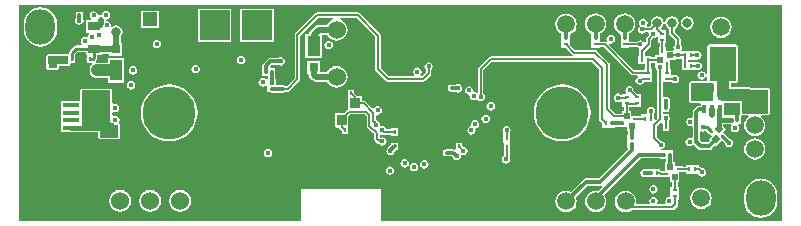
<source format=gbl>
%FSTAX23Y23*%
%MOIN*%
%SFA1B1*%

%IPPOS*%
%AMD83*
4,1,4,0.002500,-0.008600,0.008600,-0.002500,-0.002500,0.008600,-0.008600,0.002500,0.002500,-0.008600,0.0*
%
%AMD84*
4,1,4,0.013900,0.000000,0.000000,0.013900,-0.013900,0.000000,0.000000,-0.013900,0.013900,0.000000,0.0*
%
%ADD11R,0.013800X0.009800*%
%ADD12R,0.011000X0.016900*%
%ADD19R,0.043300X0.070900*%
%ADD20R,0.031500X0.031500*%
%ADD23R,0.037200X0.039400*%
%ADD24R,0.037300X0.039400*%
%ADD25R,0.011800X0.027600*%
%ADD27C,0.031500*%
%ADD28R,0.016900X0.011000*%
%ADD30R,0.070900X0.043300*%
%ADD31R,0.031500X0.031500*%
%ADD32R,0.008700X0.015700*%
%ADD33R,0.019700X0.019700*%
%ADD40R,0.009800X0.013800*%
%ADD45C,0.011800*%
%ADD46C,0.005900*%
%ADD48C,0.007900*%
%ADD49C,0.019700*%
%ADD50C,0.015700*%
%ADD51C,0.010000*%
%ADD59C,0.019700*%
%ADD60C,0.059100*%
%ADD61C,0.177200*%
%ADD62O,0.098400X0.118100*%
%ADD63O,0.063000X0.035400*%
%ADD64R,0.047200X0.047200*%
%ADD65C,0.047200*%
%ADD66C,0.060000*%
%ADD67C,0.015700*%
%ADD68C,0.026000*%
%ADD69C,0.027600*%
%ADD77R,0.033500X0.037400*%
%ADD78R,0.055100X0.063000*%
%ADD79R,0.061000X0.074800*%
%ADD80R,0.053200X0.015700*%
%ADD81R,0.040000X0.030000*%
%ADD82C,0.039400*%
G04~CAMADD=83~9~0.0~0.0~87.0~157.0~0.0~0.0~0~0.0~0.0~0.0~0.0~0~0.0~0.0~0.0~0.0~0~0.0~0.0~0.0~225.0~172.0~171.0*
%ADD83D83*%
G04~CAMADD=84~10~0.0~196.6~0.0~0.0~0.0~0.0~0~0.0~0.0~0.0~0.0~0~0.0~0.0~0.0~0.0~0~0.0~0.0~0.0~315.0~196.6~0.0*
%ADD84D84*%
%ADD85R,0.098400X0.098400*%
%ADD86R,0.015700X0.008700*%
%ADD87R,0.019700X0.019700*%
%ADD88C,0.039400*%
%ADD89R,0.055000X0.042000*%
%ADD90R,0.075000X0.060000*%
%ADD91R,0.086000X0.079000*%
%ADD92R,0.089000X0.117600*%
%ADD93R,0.094000X0.132000*%
%ADD94R,0.068400X0.025000*%
%ADD95R,0.030400X0.015000*%
%ADD96R,0.061000X0.039000*%
%LNvapeix_mini_pcb-1*%
%LPD*%
G36*
X04548Y03004D02*
X0321D01*
Y03046*
Y03111*
X02943*
Y03004*
X02004*
Y03722*
X04548*
Y03004*
G37*
%LNvapeix_mini_pcb-2*%
%LPC*%
G36*
X02294Y03704D02*
X02288Y03703D01*
X02284Y03699*
X02281Y03695*
X02279Y0369*
X02276Y03689*
X02276Y0369*
X02271Y03689*
X02269Y03688*
X02266Y03692*
X02266Y03693*
X02262Y03698*
X02258Y03701*
X02253Y03702*
X02247Y03701*
X02243Y03698*
X0224Y03693*
X02239Y03688*
X0224Y03683*
X02243Y03678*
X02244Y03677*
X02242Y03672*
X02228*
Y03631*
X02236*
X02238Y03626*
X02238Y03625*
X02235Y03621*
X02234Y03619*
X0223Y03616*
X02229Y03616*
X02225Y03617*
X02219Y03616*
X02215Y03612*
X02212Y03608*
X0221Y03603*
X02212Y03597*
X02215Y03593*
X02214Y03592*
X02213Y03588*
X02195*
X0219Y03587*
X02187Y03585*
X02173Y03571*
X0217Y03567*
X0217Y03563*
X0217Y03563*
X02167Y03559*
X02101*
X02097Y03557*
X02095Y03553*
Y03513*
X02097Y03508*
X02101Y03506*
X02132*
X02136Y03508*
X02138Y03513*
Y03521*
X0217*
X02174Y03523*
X02176Y03528*
Y0353*
X02192*
Y03541*
X02192Y03543*
Y03558*
X02199Y03566*
X02228*
Y03556*
X02229Y03555*
Y03544*
X02228Y03543*
X02229Y03541*
Y0353*
X02246*
X02248Y03525*
X02246Y03524*
X02242Y03518*
X0224Y03512*
X02239Y03506*
X0224Y03499*
X02242Y03493*
X02246Y03487*
X02252Y03483*
X02258Y03481*
X02265Y0348*
X02299*
Y03464*
X02354*
Y03546*
X02299*
Y03531*
X02265*
X02261Y03531*
X02261Y03531*
X02259Y03536*
X02261Y03538*
X02264Y03541*
X02265Y03546*
Y03556*
X02279*
Y03561*
X02305*
Y03554*
X02348*
Y03597*
X02343*
Y03619*
X02347Y03625*
X02349Y03634*
X02347Y03642*
X02342Y03649*
X02335Y03654*
X02327Y03656*
X02318Y03654*
X02314Y03651*
X02309Y03654*
X0231Y03656*
X02309Y03661*
X02305Y03665*
X02301Y03669*
X02298Y03669*
X02295Y03674*
X02296Y03676*
X02299Y03677*
X02303Y0368*
X02307Y03684*
X02308Y0369*
X02307Y03695*
X02303Y03699*
X02299Y03703*
X02294Y03704*
G37*
G36*
X02216Y03701D02*
X02195D01*
Y03694*
X02194Y03693*
X02193Y03689*
Y03677*
X02192Y03676*
X02191Y03671*
X02192Y03665*
X02195Y03661*
X022Y03658*
X02205Y03656*
X02211Y03658*
X02215Y03661*
X02218Y03665*
X02219Y03671*
X02218Y03676*
X02217Y03677*
Y03689*
X02217Y03693*
X02216Y03694*
Y03701*
G37*
G36*
X02469Y03704D02*
X0241D01*
Y03645*
X02469*
Y03704*
G37*
G36*
X04232Y03686D02*
X04223Y03684D01*
X04216Y03679*
X04211Y03672*
X04209Y03664*
X04211Y03655*
X04216Y03648*
X04223Y03643*
X04232Y03641*
X0424Y03643*
X04247Y03648*
X04252Y03655*
X04254Y03664*
X04252Y03672*
X04247Y03679*
X0424Y03684*
X04232Y03686*
G37*
G36*
X04023Y03695D02*
X04013Y03694D01*
X04005Y03691*
X03997Y03685*
X03992Y03677*
X03988Y03669*
X03987Y0366*
X03988Y0365*
X03992Y03642*
X03997Y03634*
X04005Y03629*
X04008Y03627*
X04009Y03623*
Y0358*
X04038*
Y03582*
X04064*
X04065Y03582*
X04069Y03579*
X0407Y03578*
X0407Y03578*
X04072Y03573*
X04071Y03572*
X0407Y03569*
Y03554*
X04068*
Y03525*
X04092*
Y03508*
X04086*
Y03506*
X04055*
X0397Y03591*
X03973Y03595*
X03977Y03594*
X03982Y03596*
X03986Y03599*
X0399Y03603*
X03991Y03609*
X0399Y03614*
X03986Y03618*
X03982Y03622*
X03977Y03623*
X03971Y03622*
X03967Y03618*
X03964Y03614*
X03962Y03609*
X03964Y03603*
X03963Y03602*
X03961Y03601*
X0396Y036*
X03957Y03601*
X03941*
Y03623*
X03941Y03628*
X03943Y03629*
X03951Y03634*
X03957Y03642*
X0396Y0365*
X03961Y0366*
X0396Y03669*
X03957Y03677*
X03951Y03685*
X03943Y03691*
X03935Y03694*
X03926Y03695*
X03916Y03694*
X03908Y03691*
X039Y03685*
X03895Y03677*
X03891Y03669*
X0389Y0366*
X03891Y0365*
X03895Y03642*
X039Y03634*
X03908Y03629*
X03911Y03627*
X03912Y03623*
Y0358*
X03941*
Y03582*
X03953*
X04045Y0349*
X04048Y03488*
X04052Y03488*
X04064*
X04066Y03483*
X04063Y0348*
X0406Y03476*
X04058Y03471*
X0406Y03465*
X04063Y03461*
X04067Y03458*
X04073Y03456*
X04078Y03458*
X04082Y03461*
X04083Y03461*
X04086Y03465*
X04115*
Y03508*
X0411*
Y03525*
X04111*
Y03531*
X04124*
Y03524*
X04125Y03519*
X04124Y03516*
X04126Y0351*
X04129Y03506*
X04131Y03504*
Y03395*
X04129*
Y03366*
X04131*
Y0336*
X04129*
Y03344*
X04126Y0334*
X04121Y03342*
Y03358*
X04122Y03362*
X04123Y03363*
X04124Y03369*
X04123Y03374*
X04119Y03378*
X04115Y03382*
X0411Y03383*
X04104Y03382*
X041Y03378*
X04097Y03374*
X04096Y03369*
X04097Y03363*
X04097Y03363*
X04094Y03358*
X04078*
Y03352*
X04072*
Y03353*
X04045*
Y03368*
X04038*
Y03383*
X04043*
Y03385*
X04048*
Y03383*
X04077*
Y03426*
X04064*
X04052Y03438*
X04053Y03439*
X04052Y03444*
X04048Y03448*
X04044Y03452*
X04039Y03453*
X04033Y03452*
X04029Y03448*
X04026Y03444*
X04025Y03439*
X04026Y03433*
X04027Y03431*
X04024Y03426*
X04014*
X04009Y03424*
X04006Y03427*
X04001Y03428*
X03995Y03427*
X03991Y03423*
X03988Y03419*
X03986Y03414*
X03988Y03408*
X03991Y03404*
X03995Y03401*
X04001Y034*
X04006Y03401*
X04009Y03403*
X04013Y03401*
X04014Y03401*
Y03383*
X0402*
Y03368*
X04014*
Y03361*
X03992*
X03974Y03379*
Y03525*
X03973Y03528*
X03971Y03531*
X03932Y0357*
X03929Y03572*
X03925Y03573*
X03858*
X03841Y0359*
Y03623*
X03844Y03627*
X03845Y03628*
X03853Y03633*
X03859Y03641*
X03862Y03649*
X03863Y03659*
X03862Y03668*
X03859Y03676*
X03853Y03684*
X03845Y0369*
X03837Y03693*
X03828Y03694*
X03818Y03693*
X0381Y0369*
X03802Y03684*
X03797Y03676*
X03793Y03668*
X03792Y03659*
X03793Y03649*
X03797Y03641*
X03802Y03633*
X0381Y03628*
X0381Y03627*
X03812Y03623*
Y0358*
X03825*
X03848Y03558*
X03849Y03557*
X03848Y03552*
X03577*
X03573Y03551*
X0357Y03549*
X03536Y03515*
X03534Y03512*
X03534Y03509*
Y03433*
X03529Y03431*
X03526Y03433*
X03523Y03433*
X03519Y03437*
X03518Y03438*
X03518Y03443*
X03514Y03447*
X0351Y03451*
X03505Y03452*
X03499Y03451*
X03495Y03447*
X03492Y03443*
X03491Y03438*
X03492Y03432*
X03495Y03428*
X03499Y03425*
X03502Y03424*
X03506Y0342*
X03507Y03419*
X03508Y03414*
X03511Y0341*
X03515Y03407*
X03521Y03406*
X03526Y03407*
X03527Y03407*
X03527Y03407*
X03533Y03407*
X03533Y03406*
X03534Y03405*
X03537Y03404*
X03543Y03403*
X03548Y03404*
X03552Y03407*
X03556Y03411*
X03557Y03417*
X03556Y03422*
X03552Y03426*
X03552Y03427*
Y03505*
X0358Y03534*
X03913*
X03937Y0351*
Y03342*
X03937Y03338*
X03939Y03335*
X03948Y03326*
Y03313*
X03991*
Y03316*
X04015*
X0402Y03316*
X04021Y03317*
X04029*
X0403Y03312*
Y03303*
X04034*
Y0329*
X04032*
Y03247*
X04034*
X04034Y03242*
X03937Y03145*
X03893*
X03888Y03144*
X03884Y03141*
X03843Y031*
X03837Y03102*
X03828Y03103*
X03818Y03102*
X0381Y03099*
X03802Y03093*
X03797Y03085*
X03793Y03077*
X03792Y03068*
X03793Y03058*
X03797Y0305*
X03802Y03042*
X0381Y03037*
X03818Y03033*
X03828Y03032*
X03837Y03033*
X03845Y03037*
X03853Y03042*
X03859Y0305*
X03862Y03058*
X03863Y03068*
X03862Y03077*
X0386Y03083*
X03898Y03121*
X03942*
X03945Y03121*
X03947Y03119*
X03948Y03117*
X03933Y03102*
X03927Y03103*
X03917Y03102*
X03909Y03099*
X03901Y03093*
X03896Y03085*
X03892Y03077*
X03891Y03068*
X03892Y03058*
X03896Y0305*
X03901Y03042*
X03909Y03037*
X03917Y03033*
X03927Y03032*
X03936Y03033*
X03944Y03037*
X03952Y03042*
X03958Y0305*
X03961Y03058*
X03962Y03068*
X03961Y03077*
X03958Y03085*
X03954Y03089*
X04077Y03212*
X04141*
Y03209*
X04161*
Y03199*
X04158*
Y03169*
X04147*
X04143Y03171*
X0414Y03171*
Y03177*
X04097*
X04092Y03176*
X04089Y03177*
X04083Y03176*
X04079Y03172*
X04076Y03168*
X04075Y03163*
X04076Y03157*
X04079Y03153*
X04083Y0315*
X04089Y03149*
X04092Y03149*
X04097Y03148*
X0414*
X04144Y0315*
X04147Y03149*
X04174*
Y03134*
X04181*
Y03116*
X04175*
Y03086*
X04172Y03083*
X04166Y03082*
X04162Y03078*
X04159Y03074*
X04157Y03069*
X04159Y03064*
X04158Y03063*
X04156Y03059*
X04134*
X04131Y03064*
X04131Y03064*
X04133Y03069*
X04131Y03075*
X04128Y03079*
X04124Y03082*
X04118Y03083*
X04113Y03082*
X04109Y03079*
X04106Y03075*
X04104Y03069*
X04106Y03064*
X04106Y03064*
X04103Y03059*
X04064*
X04061Y03062*
X04061Y03068*
X0406Y03077*
X04057Y03085*
X04051Y03093*
X04043Y03098*
X04035Y03102*
X04026Y03103*
X04016Y03102*
X04008Y03098*
X04Y03093*
X03995Y03085*
X03991Y03077*
X0399Y03068*
X03991Y03058*
X03995Y0305*
X04Y03042*
X04008Y03037*
X04016Y03033*
X04026Y03032*
X04035Y03033*
X04043Y03037*
X04046Y03039*
X04181*
X04184Y03039*
X04188Y03041*
X04197Y0305*
X04199Y03054*
X042Y03058*
Y03073*
X04204*
Y03116*
X04199*
Y03134*
X04205*
Y03165*
X04217*
Y03166*
X04226*
Y03161*
X04267*
X04268Y03159*
X04271Y03155*
X04275Y03152*
X04281Y0315*
X04286Y03152*
X0429Y03155*
X04294Y03159*
X04295Y03165*
X04294Y0317*
X0429Y03174*
X04286Y03178*
X04281Y03179*
X04279Y03178*
X04276Y03182*
X04273Y03184*
X0427Y03185*
X04269*
Y0319*
X04226*
Y03184*
X04217*
Y03185*
X0419*
X04189Y0319*
Y03199*
X04185*
Y03224*
X04184Y03227*
Y03238*
X04146*
X04145*
X04145Y03238*
X04144Y03243*
X04145Y03243*
X04146Y03243*
X04148Y03244*
X04152Y03247*
X04156Y03251*
X04157Y03257*
X04156Y03262*
X04152Y03266*
X04148Y0327*
X04143Y03271*
X04141Y0327*
X0413Y03282*
Y03319*
X04142Y03331*
X04147*
X0415Y03327*
Y03302*
X04171*
Y03327*
X04172Y03331*
Y03332*
Y03338*
X04174Y0334*
X04175Y03346*
X04174Y03351*
X04172Y03353*
Y0336*
X0415*
Y03366*
X04172*
Y03377*
X04173Y03381*
Y03396*
X04173Y03397*
X04174Y03403*
X04173Y03408*
X0417Y03412*
X04166Y03416*
X0416Y03417*
X04155Y03416*
X04154Y03415*
X0415Y03418*
Y03465*
X04178*
X04183Y03464*
X04185Y03463*
X04191Y03462*
X04196Y03463*
X042Y03466*
X04204Y0347*
X04205Y03476*
X04204Y03481*
X042Y03485*
X04196Y03489*
X04191Y0349*
X04185Y03489*
X04183Y03487*
X04178Y0349*
Y03508*
X04174*
Y03513*
Y0354*
X04189*
X04193Y03543*
X04194*
X04199Y03542*
X04204Y03543*
X04208Y03546*
X0421Y03545*
X04213Y03544*
Y03541*
X04215*
Y03534*
X04213*
Y03505*
X04256*
X04261Y03506*
X04266Y03505*
X04271Y03507*
X04275Y0351*
X04279Y03514*
X0428Y0352*
X04279Y03525*
X04275Y03529*
X04271Y03533*
X04266Y03534*
X04261Y03533*
X04256Y03534*
X04234*
Y03541*
X04256*
X04261Y03542*
X04265Y03541*
X0427Y03543*
X04274Y03546*
X04278Y0355*
X04279Y03556*
X04278Y03561*
X04274Y03565*
X0427Y03569*
X04265Y0357*
X04261Y03569*
X04256Y0357*
X04214*
X04211Y03574*
X04213Y03576*
X04214Y03582*
X04213Y03587*
X04209Y03591*
X04209Y03592*
Y03611*
X04208Y03614*
X04206Y03617*
X0419Y03633*
Y03644*
X04196Y03648*
X04201Y03655*
X04203Y03664*
X04201Y03672*
X04196Y03679*
X04189Y03684*
X04181Y03686*
X04172Y03684*
X04165Y03679*
X0416Y03672*
X04158Y03664*
X0416Y03655*
X04165Y03648*
X04172Y03644*
Y0363*
X04172Y03626*
X04174Y03623*
X04191Y03607*
Y03592*
X0419Y03591*
X04187Y03587*
X04185Y03582*
X04187Y03576*
Y03576*
X04184Y03571*
X04159*
Y03583*
X04157*
Y03595*
X04162*
Y03638*
X04149*
X04145Y03642*
X04145Y03647*
X04147Y03648*
X04152Y03655*
X04154Y03664*
X04152Y03672*
X04147Y03679*
X0414Y03684*
X04132Y03686*
X04123Y03684*
X04116Y03679*
X04111Y03672*
X04109Y03664*
X04111Y03656*
X04106Y03651*
X04098*
X04096Y03656*
X04098Y03658*
X04099Y03664*
X04098Y03669*
X04094Y03673*
X0409Y03677*
X04085Y03678*
X04079Y03677*
X04075Y03673*
X04072Y03669*
X04071Y03664*
X04072Y03658*
X04074Y03654*
X04071Y03651*
X04068Y03647*
X04066Y03642*
X04068Y03636*
X04071Y03632*
X04075Y03629*
X04081Y03627*
X04086Y03629*
X0409Y03632*
X04091Y03633*
X041*
X04104Y03628*
X04104Y03626*
X04104Y03624*
X04096Y03617*
X04094Y03614*
X04094Y03611*
Y036*
X04092Y03599*
X04092Y03598*
X04086Y036*
X04084Y03601*
X0408Y03604*
X04075Y03606*
X04069Y03604*
X04065Y03601*
X04064Y03601*
X04038*
Y03623*
X04038Y03628*
X0404Y03629*
X04048Y03634*
X04054Y03642*
X04057Y0365*
X04058Y0366*
X04057Y03669*
X04054Y03677*
X04048Y03685*
X0404Y03691*
X04032Y03694*
X04023Y03695*
G37*
G36*
X04344Y03684D02*
X04334Y03683D01*
X04326Y0368*
X04318Y03674*
X04313Y03666*
X04309Y03658*
X04308Y03649*
X04309Y03639*
X04313Y03631*
X04318Y03623*
X04326Y03618*
X04334Y03614*
X04344Y03613*
X04353Y03614*
X04361Y03618*
X04369Y03623*
X04375Y03631*
X04378Y03639*
X04379Y03649*
X04378Y03658*
X04375Y03666*
X04369Y03674*
X04361Y0368*
X04353Y03683*
X04344Y03684*
G37*
G36*
X02853Y03711D02*
X02742D01*
Y036*
X02853*
Y03711*
G37*
G36*
X02711Y0371D02*
X026D01*
Y03599*
X02711*
Y0371*
G37*
G36*
X02075Y03715D02*
X02061Y03713D01*
X02047Y03708*
X02036Y03699*
X02027Y03687*
X02021Y03674*
X0202Y0366*
Y0364*
X02021Y03626*
X02027Y03612*
X02036Y03601*
X02047Y03592*
X02061Y03586*
X02075Y03584*
X0209Y03586*
X02103Y03592*
X02114Y03601*
X02123Y03612*
X02129Y03626*
X02131Y0364*
Y0366*
X02129Y03674*
X02123Y03687*
X02114Y03699*
X02103Y03708*
X0209Y03713*
X02075Y03715*
G37*
G36*
X02463Y03607D02*
X02457Y03606D01*
X02453Y03602*
X0245Y03598*
X02449Y03593*
X0245Y03587*
X02453Y03583*
X02457Y0358*
X02463Y03578*
X02468Y0358*
X02472Y03583*
X02476Y03587*
X02477Y03593*
X02476Y03598*
X02472Y03602*
X02468Y03606*
X02463Y03607*
G37*
G36*
X03036Y03604D02*
X0303Y03603D01*
X03026Y03599*
X03023Y03595*
X03022Y0359*
X03023Y03584*
X03026Y0358*
X0303Y03577*
X03036Y03575*
X03041Y03577*
X03045Y0358*
X03049Y03584*
X0305Y0359*
X03049Y03595*
X03045Y03599*
X03041Y03603*
X03036Y03604*
G37*
G36*
X02745Y03553D02*
X02739Y03552D01*
X02735Y03548*
X02732Y03544*
X02731Y03539*
X02732Y03533*
X02735Y03529*
X02739Y03526*
X02745Y03525*
X0275Y03526*
X02754Y03529*
X02758Y03533*
X02759Y03539*
X02758Y03544*
X02754Y03548*
X0275Y03552*
X02745Y03553*
G37*
G36*
X02593Y03523D02*
X02587Y03522D01*
X02583Y03518*
X0258Y03514*
X02578Y03509*
X0258Y03503*
X02583Y03499*
X02587Y03496*
X02593Y03495*
X02598Y03496*
X02602Y03499*
X02606Y03503*
X02607Y03509*
X02606Y03514*
X02602Y03518*
X02598Y03522*
X02593Y03523*
G37*
G36*
X02384Y03519D02*
X02378Y03518D01*
X02374Y03514*
X02371Y0351*
X0237Y03505*
X02371Y03499*
X02374Y03495*
X02378Y03492*
X02384Y03491*
X02389Y03492*
X02393Y03495*
X02397Y03499*
X02398Y03505*
X02397Y0351*
X02393Y03514*
X02389Y03518*
X02384Y03519*
G37*
G36*
X04394Y03593D02*
X04305D01*
X043Y03591*
X04298Y03586*
Y03491*
X04293Y0349*
X04293Y03492*
X04292Y03494*
X04289Y03498*
X04285Y03501*
X0428Y03503*
X04274Y03501*
X0427Y03498*
X04267Y03494*
X04265Y03489*
X04267Y03483*
X0427Y03479*
X04274Y03476*
X0428Y03474*
X04285Y03476*
X04289Y03479*
X04292Y03483*
X04293Y03485*
X04293Y03487*
X04298Y03486*
Y03469*
X04298Y03468*
X04244*
X04239Y03466*
X04237Y03462*
Y03402*
X04239Y03397*
X04244Y03395*
X04272*
X04276Y03394*
Y03387*
X0427*
X04265Y03386*
X04261Y03383*
X04253Y03375*
X0425Y03371*
X0425Y03367*
Y0335*
X04245Y03347*
X04242Y03348*
X04236Y03347*
X04232Y03343*
X04229Y03339*
X04228Y03334*
X04229Y03328*
X04232Y03324*
X04236Y03321*
X04242Y0332*
X04245Y0332*
X0425Y03317*
Y03282*
X04245Y03279*
X04244Y0328*
X04239Y03281*
X04233Y0328*
X04229Y03276*
X04226Y03272*
X04224Y03267*
X04226Y03261*
X04229Y03257*
X04233Y03254*
X04239Y03252*
X04244Y03254*
X04248Y03256*
X04249Y03257*
X04254Y03257*
X04267Y03244*
X04271Y03241*
X04276Y03241*
X04304*
X04309Y03241*
X04313Y03244*
X04324Y03255*
X04326Y03253*
X04346Y03272*
X04357Y03261*
X04358Y03258*
X04361Y03254*
X04365Y03251*
X04371Y03249*
X04376Y03251*
X0438Y03254*
X04384Y03258*
X04385Y03264*
X04384Y03269*
X0438Y03273*
X04376Y03277*
X04375Y03277*
X04361Y03291*
X04357Y03294*
X04356Y03294*
X0435Y03299*
X0436Y0331*
X04352Y03318*
Y03327*
X04366*
Y03326*
X04378*
X04378Y03325*
X0438Y03321*
X04378Y03318*
X04376Y03313*
X04378Y03307*
X04381Y03303*
X04385Y033*
X04391Y03298*
X04396Y033*
X044Y03303*
X04404Y03307*
X04405Y03313*
X04404Y03318*
X04401Y03321*
X04403Y03325*
X04403Y03326*
X04409*
Y03337*
X0441Y03341*
Y0335*
X04412Y03351*
X04414Y03355*
X04415Y03355*
X04434*
X04436Y0335*
X04431Y03347*
X04426Y0334*
X04422Y03331*
X04421Y03322*
X04422Y03312*
X04426Y03304*
X04431Y03296*
X04439Y03291*
X04447Y03287*
X04457Y03286*
X04466Y03287*
X04474Y03291*
X04482Y03296*
X04488Y03304*
X04491Y03312*
X04492Y03322*
X04491Y03331*
X04488Y0334*
X04482Y03347*
X04477Y0335*
X04479Y03355*
X04501*
X04505Y03357*
X04507Y03362*
Y03441*
X04505Y03445*
X04501Y03447*
X04444*
X0444Y03448*
X04433Y03449*
X04378*
Y03462*
X04394*
X04398Y03464*
X044Y03469*
Y03586*
X04398Y03591*
X04394Y03593*
G37*
G36*
X03133Y03698D02*
X02998D01*
X02994Y03697*
X02991Y03695*
X02925Y03629*
X02923Y03626*
X02923Y03623*
Y03478*
X029Y03456*
X02896Y03454*
X02889*
X02888Y03455*
X02884Y03455*
X0286*
Y03475*
X02858*
Y035*
X02857Y03502*
Y03514*
X02844*
X02842Y03518*
X02847Y03523*
X02869*
X0287Y03522*
X02876Y03521*
X02881Y03522*
X02885Y03525*
X02889Y03529*
X0289Y03535*
X02889Y0354*
X02885Y03544*
X02881Y03548*
X02876Y03549*
X0287Y03548*
X02869Y03547*
X02842*
X02837Y03546*
X02833Y03543*
X02817Y03527*
X02814Y03523*
X02813Y03519*
Y035*
X02814Y03496*
Y03485*
X02834*
Y03477*
X02831Y03475*
X02826Y03475*
X02822Y03478*
X02817Y03479*
X02811Y03478*
X02807Y03474*
X02804Y0347*
X02802Y03465*
X02804Y03459*
X02807Y03455*
X02811Y03452*
X02817Y0345*
X02822Y03452*
X02826Y03454*
X02828Y03454*
X02831Y03453*
Y03432*
X02842*
X02846Y03431*
X02884*
X02888Y03432*
X02889Y03433*
X02896*
Y03434*
X029*
X02904Y03435*
X02907Y03437*
X02938Y03468*
X0294Y03471*
X02941Y03475*
Y03619*
X03001Y0368*
X0305*
X03051Y03675*
X03044Y03672*
X03037Y03666*
X03031Y03659*
X0303Y03657*
X03003*
X02996Y03655*
X02991Y03652*
X02974Y03635*
X02971Y0363*
X0297Y03627*
X02958*
Y03545*
X03013*
Y03624*
X0303*
X03031Y03622*
X03037Y03615*
X03044Y03609*
X03053Y03606*
X03063Y03604*
X03072Y03606*
X03081Y03609*
X03088Y03615*
X03094Y03622*
X03098Y03631*
X03099Y03641*
X03098Y0365*
X03094Y03659*
X03088Y03666*
X03081Y03672*
X03074Y03675*
X03075Y0368*
X03129*
X03192Y03617*
Y0351*
X03192Y03506*
X03194Y03503*
X03227Y0347*
X0323Y03468*
X03234Y03467*
X03351*
X03354Y03468*
X03357Y0347*
X03376Y03489*
X03378Y03492*
X03378Y03495*
Y03507*
X03379Y03508*
X03382Y03512*
X03383Y03518*
X03382Y03523*
X03379Y03527*
X03375Y03531*
X03369Y03532*
X03364Y03531*
X03359Y03527*
X03356Y03523*
X03355Y03518*
X03356Y03512*
X03359Y03508*
X0336Y03507*
Y03499*
X03347Y03486*
X03344Y03487*
X03343Y03488*
X03342Y03491*
X03345Y03495*
X03346Y03501*
X03345Y03506*
X03341Y0351*
X03337Y03514*
X03332Y03515*
X03326Y03514*
X03322Y0351*
X03319Y03506*
X03318Y03501*
X03319Y03495*
X03322Y03491*
X03322Y0349*
X0332Y03486*
X03237*
X0321Y03513*
Y03621*
X03209Y03624*
X03207Y03627*
X03139Y03695*
X03136Y03697*
X03133Y03698*
G37*
G36*
X03007Y03537D02*
X02964D01*
Y03494*
X02966*
X02969Y03491*
X02971Y03484*
X02974Y03479*
X02982Y03472*
X02987Y03468*
X02993Y03467*
X0303*
X03031Y03465*
X03037Y03457*
X03044Y03452*
X03053Y03448*
X03063Y03447*
X03072Y03448*
X03081Y03452*
X03088Y03457*
X03094Y03465*
X03098Y03474*
X03099Y03483*
X03098Y03492*
X03094Y03501*
X03088Y03509*
X03081Y03514*
X03072Y03518*
X03063Y03519*
X03053Y03518*
X03044Y03514*
X03037Y03509*
X03031Y03501*
X0303Y03499*
X03007*
Y03537*
G37*
G36*
X02378Y03469D02*
X02373Y03468D01*
X02368Y03465*
X02365Y03461*
X02364Y03455*
X02365Y0345*
X02368Y03445*
X02373Y03442*
X02378Y03441*
X02384Y03442*
X02388Y03445*
X02391Y0345*
X02392Y03455*
X02391Y03461*
X02388Y03465*
X02384Y03468*
X02378Y03469*
G37*
G36*
X03468Y03459D02*
X03462Y03458D01*
X03462Y03457*
X03448*
X03443Y03457*
X03442Y03456*
X03435*
Y03435*
X03442*
X03443Y03434*
X03448Y03433*
X0346*
X03462Y03432*
X03468Y0343*
X03473Y03432*
X03477Y03435*
X03481Y03439*
X03482Y03445*
X03481Y0345*
X03477Y03454*
X03473Y03458*
X03468Y03459*
G37*
G36*
X03577Y034D02*
X03571Y03399D01*
X03567Y03395*
X03564Y03391*
X03562Y03386*
X03564Y0338*
X03567Y03376*
X03571Y03373*
X03577Y03371*
X03582Y03373*
X03586Y03376*
X0359Y0338*
X03591Y03386*
X0359Y03391*
X03586Y03395*
X03582Y03399*
X03577Y034*
G37*
G36*
X02309Y03444D02*
X02215D01*
X0221Y03442*
X02208Y03438*
Y03403*
X02145*
Y03375*
Y0335*
Y03324*
Y03299*
X02176*
X02178Y03298*
X02246*
X02246*
X02268*
Y03282*
X0227Y03277*
X02275Y03275*
X02336*
X0234Y03277*
X02342Y03282*
Y03321*
X0234Y03325*
X02338Y03326*
X02337Y03327*
X02337Y03332*
X02338Y03334*
X02339Y0334*
X02338Y03345*
X02335Y0335*
X02331Y03353*
X02325Y03354*
X0232Y03353*
X0232Y03353*
X02315Y03355*
Y03363*
X0232Y03366*
X02323Y03365*
X02329Y03366*
X02333Y03369*
X02336Y03374*
X02337Y03379*
X02336Y03385*
X02333Y03389*
X02329Y03392*
X02323Y03393*
X0232Y03393*
X02315Y03396*
Y03438*
X02313Y03442*
X02309Y03444*
G37*
G36*
X03121Y03441D02*
X031D01*
Y03416*
X03102*
Y03375*
X031Y03375*
X03097Y03373*
X03087Y03363*
X03056*
Y03313*
X03071*
X03073Y03311*
X0308Y03304*
Y03293*
X03102*
Y03313*
Y03352*
X03107Y03358*
X03158*
X03163Y03353*
Y03321*
X03163Y03317*
X03165Y03315*
X03188Y03291*
Y03277*
X03189Y03273*
X03191Y0327*
X032Y03261*
X03203Y03259*
X03204Y03259*
X03205Y03258*
X03209Y03255*
X03215Y03254*
X0322Y03255*
X03224Y03258*
X03228Y03262*
X03229Y03268*
X03228Y03273*
X03224Y03278*
X0322Y03281*
X03215Y03282*
X03211Y03281*
X03207Y03284*
X03207Y03289*
X03211Y03292*
X03214Y03291*
X03215Y03292*
X03216Y03291*
X0322Y03291*
X03245*
Y03287*
X03267*
Y03312*
X03245*
Y03309*
X03227*
X03227Y03311*
X03223Y03315*
X03219Y03319*
X03214Y0332*
X03212Y03319*
X03208Y03323*
X03207Y03328*
X03203Y03332*
X032Y03335*
X032Y03335*
X03194Y03341*
Y03354*
X03199Y03358*
X032Y03357*
X03205Y03359*
X03209Y03362*
X03213Y03366*
X03214Y03372*
X03213Y03377*
X03209Y03381*
X03205Y03385*
X032Y03386*
X03194Y03385*
X0319Y03381*
X03188Y0338*
X03182Y03379*
X03159Y03401*
X03156Y03403*
X03153Y03404*
X03147*
Y0342*
X03132*
X03131Y03421*
X03121Y0343*
Y03441*
G37*
G36*
X0356Y03357D02*
X03554Y03356D01*
X0355Y03353*
X03547Y03348*
X03545Y03343*
X03547Y03338*
X0355Y03333*
X03554Y0333*
X0356Y03329*
X03565Y0333*
X03569Y03333*
X03573Y03338*
X03574Y03343*
X03573Y03348*
X03569Y03353*
X03565Y03356*
X0356Y03357*
G37*
G36*
X03524Y03339D02*
X03518Y03338D01*
X03514Y03334*
X03511Y0333*
X03509Y03325*
X03511Y03319*
X0351Y03318*
X03506Y03318*
X03502Y03314*
X03499Y0331*
X03498Y03305*
X03499Y03299*
X03502Y03295*
X03506Y03292*
X03512Y03291*
X03517Y03292*
X03521Y03295*
X03525Y03299*
X03526Y03305*
X03525Y0331*
X03525Y03311*
X03529Y03312*
X03533Y03315*
X03537Y03319*
X03538Y03325*
X03537Y0333*
X03533Y03334*
X03529Y03338*
X03524Y03339*
G37*
G36*
X03815Y03458D02*
X03796Y03456D01*
X03778Y03451*
X03762Y03442*
X03747Y0343*
X03736Y03416*
X03727Y03399*
X03721Y03382*
X0372Y03363*
X03721Y03345*
X03727Y03327*
X03736Y0331*
X03747Y03296*
X03762Y03284*
X03778Y03275*
X03796Y0327*
X03815Y03268*
X03833Y0327*
X03851Y03275*
X03867Y03284*
X03882Y03296*
X03893Y0331*
X03902Y03327*
X03908Y03345*
X03909Y03363*
X03908Y03382*
X03902Y03399*
X03893Y03416*
X03882Y0343*
X03867Y03442*
X03851Y03451*
X03833Y03456*
X03815Y03458*
G37*
G36*
X02505D02*
X02486Y03456D01*
X02468Y03451*
X02452Y03442*
X02437Y0343*
X02426Y03416*
X02417Y03399*
X02411Y03382*
X0241Y03363*
X02411Y03345*
X02417Y03327*
X02426Y0331*
X02437Y03296*
X02452Y03284*
X02468Y03275*
X02486Y0327*
X02505Y03268*
X02523Y0327*
X02541Y03275*
X02557Y03284*
X02572Y03296*
X02583Y0331*
X02592Y03327*
X02598Y03345*
X02599Y03363*
X02598Y03382*
X02592Y03399*
X02583Y03416*
X02572Y0343*
X02557Y03442*
X02541Y03451*
X02523Y03456*
X02505Y03458*
G37*
G36*
X03481Y03264D02*
X0346D01*
Y03245*
X03455Y03241*
X03452Y03242*
X0343*
X03425Y03241*
X03424Y03241*
X03417*
Y03219*
X03424*
X03425Y03219*
X0343Y03218*
X03447*
X03449Y03216*
X0345Y03214*
X03453Y0321*
X03457Y03206*
X03463Y03205*
X03468Y03206*
X03472Y0321*
X03476Y03214*
X03477Y03219*
X03476Y0322*
X03477Y03222*
X03481Y03224*
X03485Y03223*
X0349Y03224*
X03494Y03227*
X03498Y03232*
X03499Y03237*
X03498Y03243*
X03494Y03247*
X0349Y0325*
X03485Y03251*
X03481Y03255*
Y03264*
G37*
G36*
X03267D02*
X03245D01*
Y03258*
X03234Y03247*
X03233Y03246*
X03233Y03245*
X03229Y03241*
X03228Y03236*
X03229Y0323*
X03233Y03226*
X03237Y03223*
X03242Y03222*
X03248Y03223*
X03252Y03226*
X03255Y0323*
X03256Y03235*
X0326Y03239*
X03267*
Y03246*
X03267Y03247*
X03268Y03252*
X03267Y03256*
X03267Y03257*
Y03264*
G37*
G36*
X02833Y03243D02*
X02828Y03242D01*
X02823Y03239*
X0282Y03234*
X02819Y03229*
X0282Y03223*
X02823Y03219*
X02828Y03216*
X02833Y03215*
X02839Y03216*
X02843Y03219*
X02846Y03223*
X02847Y03229*
X02846Y03234*
X02843Y03239*
X02839Y03242*
X02833Y03243*
G37*
G36*
X04457Y03279D02*
X04447Y03277D01*
X04439Y03274*
X04431Y03268*
X04426Y03261*
X04422Y03252*
X04421Y03243*
X04422Y03234*
X04426Y03225*
X04431Y03218*
X04439Y03212*
X04447Y03208*
X04457Y03207*
X04466Y03208*
X04474Y03212*
X04482Y03218*
X04488Y03225*
X04491Y03234*
X04492Y03243*
X04491Y03252*
X04488Y03261*
X04482Y03268*
X04474Y03274*
X04466Y03277*
X04457Y03279*
G37*
G36*
X03629Y0332D02*
X03623Y03319D01*
X03619Y03315*
X03616Y03311*
X03614Y03306*
X03616Y033*
X03618Y03297*
X03618Y03292*
Y03267*
Y03267*
X03619Y03262*
Y03262*
Y03237*
X03621*
Y0322*
X03618Y03218*
X03615Y03214*
X03614Y03208*
X03615Y03203*
X03618Y03198*
X03622Y03195*
X03628Y03194*
X03633Y03195*
X03637Y03198*
X03641Y03203*
X03642Y03208*
X03641Y03214*
X03639Y03216*
Y03237*
X03641*
Y03262*
Y03262*
X0364Y03267*
Y03267*
Y03292*
Y03297*
X03642Y033*
X03643Y03306*
X03642Y03311*
X03638Y03315*
X03634Y03319*
X03629Y0332*
G37*
G36*
X0329Y03209D02*
X03284Y03208D01*
X0328Y03204*
X03277Y032*
X03275Y03195*
X03277Y03189*
X0328Y03185*
X03284Y03182*
X0329Y0318*
X03295Y03182*
X03299Y03185*
X03303Y03189*
X03304Y03195*
X03303Y032*
X03299Y03204*
X03295Y03208*
X0329Y03209*
G37*
G36*
X03355Y03206D02*
X03349Y03205D01*
X03345Y03201*
X03342Y03197*
X03341Y03192*
X03342Y03186*
X03345Y03182*
X03349Y03179*
X03355Y03177*
X0336Y03179*
X03364Y03182*
X03368Y03186*
X03369Y03192*
X03368Y03197*
X03364Y03201*
X0336Y03205*
X03355Y03206*
G37*
G36*
X03321Y03197D02*
X03315Y03196D01*
X03311Y03192*
X03308Y03188*
X03307Y03183*
X03308Y03177*
X03311Y03173*
X03315Y0317*
X03321Y03169*
X03326Y0317*
X0333Y03173*
X03334Y03177*
X03335Y03183*
X03334Y03188*
X0333Y03192*
X03326Y03196*
X03321Y03197*
G37*
G36*
X0324Y03185D02*
X03234Y03184D01*
X0323Y0318*
X03227Y03176*
X03226Y03171*
X03227Y03165*
X0323Y03161*
X03234Y03158*
X0324Y03156*
X03245Y03158*
X03249Y03161*
X03253Y03165*
X03254Y03171*
X03253Y03176*
X03249Y0318*
X03245Y03184*
X0324Y03185*
G37*
G36*
X04118Y03123D02*
X04113Y03122D01*
X04109Y03118*
X04106Y03114*
X04104Y03109*
X04106Y03103*
X04109Y03099*
X04113Y03096*
X04118Y03094*
X04124Y03096*
X04128Y03099*
X04131Y03103*
X04133Y03109*
X04131Y03114*
X04128Y03118*
X04124Y03122*
X04118Y03123*
G37*
G36*
X04278Y03114D02*
X04268Y03113D01*
X0426Y0311*
X04252Y03104*
X04247Y03096*
X04243Y03088*
X04242Y03079*
X04243Y03069*
X04247Y03061*
X04252Y03053*
X0426Y03048*
X04268Y03044*
X04278Y03043*
X04287Y03044*
X04295Y03048*
X04303Y03053*
X04309Y03061*
X04312Y03069*
X04313Y03079*
X04312Y03088*
X04309Y03096*
X04303Y03104*
X04295Y0311*
X04287Y03113*
X04278Y03114*
G37*
G36*
X02541Y03106D02*
X02531Y03105D01*
X02522Y03101*
X02515Y03095*
X02509Y03088*
X02506Y03079*
X02504Y0307*
X02506Y0306*
X02509Y03051*
X02515Y03044*
X02522Y03038*
X02531Y03035*
X02541Y03033*
X0255Y03035*
X02559Y03038*
X02566Y03044*
X02572Y03051*
X02576Y0306*
X02577Y0307*
X02576Y03079*
X02572Y03088*
X02566Y03095*
X02559Y03101*
X0255Y03105*
X02541Y03106*
G37*
G36*
X02441D02*
X02431Y03105D01*
X02422Y03101*
X02415Y03095*
X02409Y03088*
X02406Y03079*
X02404Y0307*
X02406Y0306*
X02409Y03051*
X02415Y03044*
X02422Y03038*
X02431Y03035*
X02441Y03033*
X0245Y03035*
X02459Y03038*
X02466Y03044*
X02472Y03051*
X02476Y0306*
X02477Y0307*
X02476Y03079*
X02472Y03088*
X02466Y03095*
X02459Y03101*
X0245Y03105*
X02441Y03106*
G37*
G36*
X02341D02*
X02331Y03105D01*
X02322Y03101*
X02315Y03095*
X02309Y03088*
X02306Y03079*
X02304Y0307*
X02306Y0306*
X02309Y03051*
X02315Y03044*
X02322Y03038*
X02331Y03035*
X02341Y03033*
X0235Y03035*
X02359Y03038*
X02366Y03044*
X02372Y03051*
X02376Y0306*
X02377Y0307*
X02376Y03079*
X02372Y03088*
X02366Y03095*
X02359Y03101*
X0235Y03105*
X02341Y03106*
G37*
G36*
X04477Y03144D02*
X04462Y03142D01*
X04449Y03136*
X04437Y03127*
X04428Y03116*
X04423Y03103*
X04421Y03088*
Y03068*
X04423Y03054*
X04428Y03041*
X04437Y03029*
X04449Y0302*
X04462Y03015*
X04477Y03013*
X04491Y03015*
X04504Y0302*
X04516Y03029*
X04525Y03041*
X0453Y03054*
X04532Y03068*
Y03088*
X0453Y03103*
X04525Y03116*
X04516Y03127*
X04504Y03136*
X04491Y03142*
X04477Y03144*
G37*
%LNvapeix_mini_pcb-3*%
%LPD*%
G36*
X04133Y03615D02*
Y03595D01*
X04139*
Y03583*
X04138*
Y03556*
X04133Y03555*
X04124*
Y03549*
X04111*
Y03554*
X04089*
Y03565*
X04109Y03585*
X04111Y03588*
X04112Y03592*
Y03607*
X04116Y03612*
X04118Y03611*
X04123Y03613*
X04127Y03616*
X04128Y03617*
X04133Y03615*
G37*
G36*
X04303Y03294D02*
X04307Y03292D01*
X04313Y03285*
X04311Y03281*
X04304Y03275*
X04307Y03272*
X04299Y03265*
X04281*
X04274Y03272*
Y03299*
X04279Y03302*
X04279Y03302*
X04285Y03301*
X0429Y03302*
X04293Y03303*
X04294*
X04303Y03294*
G37*
G54D11*
X03448Y03445D03*
Y03426D03*
X0343Y0323D03*
Y03249D03*
X02246Y03293D03*
Y03312D03*
X02225Y03293D03*
Y03312D03*
X02884Y03443D03*
Y03424D03*
G54D12*
X04398Y03341D03*
X04378D03*
X04161Y03381D03*
X04141D03*
Y03346D03*
X04161D03*
X02826Y035D03*
X02846D03*
X04225Y0352D03*
X04245D03*
X041Y0354D03*
X0408D03*
X04225Y03556D03*
X04245D03*
X04109Y03163D03*
X04129D03*
X04258Y03176D03*
X04238D03*
X0398Y03328D03*
X0396D03*
X04173Y03224D03*
X04153D03*
X0411Y03344D03*
X0409D03*
G54D19*
X02327Y03505D03*
X02986Y03586D03*
G54D20*
X02327Y03576D03*
X02986Y03515D03*
G54D23*
X04301Y03426D03*
G54D24*
X04352Y03426D03*
G54D25*
X04365Y03375D03*
X04339D03*
X04288D03*
X04314D03*
Y03447D03*
X04288D03*
X04339D03*
X04365D03*
G54D27*
X02327Y03634D03*
X02265Y03506D03*
X04352Y0349D03*
X04132Y03664D03*
X04181D03*
X04232D03*
G54D28*
X02846Y03464D03*
Y03444D03*
X04063Y03395D03*
Y03415D03*
X04101Y03497D03*
Y03477D03*
X04029Y03395D03*
Y03415D03*
X0419Y03105D03*
Y03085D03*
X04047Y03279D03*
Y03259D03*
X03827Y03592D03*
Y03612D03*
X03927Y03592D03*
Y03612D03*
X04024Y03592D03*
Y03612D03*
X04148Y03627D03*
Y03607D03*
X04164Y03477D03*
Y03497D03*
G54D30*
X04351Y03555D03*
G54D31*
X04422Y03555D03*
G54D32*
X04164Y03527D03*
X0418D03*
X04148Y0357D03*
X04132D03*
G54D33*
X04173Y03556D03*
X0414Y03539D03*
G54D40*
X03256Y03252D03*
X03275D03*
X03091Y03306D03*
X0311D03*
Y03429D03*
X03091D03*
X0347Y03252D03*
X03451D03*
X03256Y033D03*
X03275D03*
X02186Y03689D03*
X02205D03*
X022Y03543D03*
X02181D03*
X0222D03*
X02239D03*
X0416Y03315D03*
X04141D03*
X03648Y0328D03*
X03629D03*
X03649Y0325D03*
X0363D03*
G54D45*
X04304Y03253D02*
X04326Y03275D01*
X04276Y03253D02*
X04304D01*
X04262Y03267D02*
X04276Y03253D01*
X04072Y03224D02*
X04153D01*
X03927Y03079D02*
X04072Y03224D01*
X03467Y03445D02*
X03468Y03445D01*
X03448Y03445D02*
X03467D01*
X02842Y03535D02*
X02876D01*
X02826Y03519D02*
X02842Y03535D01*
X03452Y0323D02*
X03463Y03219D01*
X0343Y0323D02*
X03452D01*
X03432Y03268D02*
X03449Y03252D01*
X0343Y03249D02*
Y03265D01*
X03432Y03409D02*
X03448Y03425D01*
X03242Y03236D02*
Y03238D01*
X03256Y03252*
X03275Y03252D02*
X03291Y03268D01*
X03275Y033D02*
X03291Y03315D01*
X0308Y03391D02*
Y03416D01*
X03079Y03417D02*
X0308Y03416D01*
X03079Y03417D02*
X03091Y03429D01*
X04352Y03283D02*
X04371Y03264D01*
Y03264D02*
Y03264D01*
X04148Y03289D02*
X0419D01*
X04141Y03295D02*
X04148Y03289D01*
X04141Y03295D02*
Y03315D01*
X03942Y03133D02*
X04047Y03238D01*
X03893Y03133D02*
X03942D01*
X03828Y03068D02*
X03893Y03133D01*
X04047Y03238D02*
Y03259D01*
X04089Y03163D02*
X04109D01*
X04173Y03184D02*
Y03224D01*
X04046Y03279D02*
Y03319D01*
X0398Y03328D02*
X04015D01*
X0398D02*
D01*
X04161Y03381D02*
Y03402D01*
X03827Y03612D02*
Y03658D01*
X03927Y03612D02*
Y03659D01*
X04024Y03612D02*
Y03659D01*
X0427Y03375D02*
X04288D01*
X04262Y03367D02*
X0427Y03375D01*
X04262Y03267D02*
Y03367D01*
X04398Y03341D02*
Y03361D01*
X02901Y03424D02*
X02905Y03427D01*
Y03425D02*
Y03427D01*
X02884Y03424D02*
X02901D01*
X03124Y03319D02*
Y03338D01*
X0311Y03306D02*
X03124Y03319D01*
X02826Y035D02*
Y03519D01*
X02846Y03443D02*
X02884D01*
X02846Y03464D02*
Y035D01*
X02205Y03671D02*
Y03689D01*
X02169D02*
X02186D01*
X0217Y03614D02*
X02171Y03614D01*
X02136Y03614D02*
X0217D01*
X02169Y03447D02*
Y0349D01*
Y03447D02*
X02178Y03439D01*
Y03415D02*
Y03439D01*
X02246Y03312D02*
D01*
X022Y03543D02*
X0222D01*
Y03498D02*
Y03543D01*
X02212Y0349D02*
X0222Y03498D01*
X02169Y0349D02*
X02212D01*
X02254Y03652D02*
X02269D01*
G54D46*
X03927Y03068D02*
Y03079D01*
X04285Y03275D02*
Y03276D01*
X04141Y03381D02*
Y03514D01*
X04139Y03516D02*
X04141Y03514D01*
X04164Y03497D02*
Y03526D01*
X03577Y03543D02*
X03917D01*
X03543Y03509D02*
X03577Y03543D01*
X03543Y03417D02*
Y03509D01*
X03965Y03376D02*
Y03525D01*
X03925Y03564D02*
X03965Y03525D01*
X03854Y03564D02*
X03925D01*
X03917Y03543D02*
X03946Y03514D01*
Y03342D02*
Y03514D01*
Y03342D02*
X0396Y03328D01*
X04165Y03476D02*
X04191D01*
X04164Y03477D02*
X04165Y03476D01*
X04052Y03497D02*
X04101D01*
X03957Y03592D02*
X04052Y03497D01*
X03927Y03592D02*
X03957D01*
X02884Y03443D02*
X029D01*
X02932Y03475*
X03234Y03477D02*
X03351D01*
X03201Y0351D02*
X03234Y03477D01*
X03201Y0351D02*
Y03621D01*
X02932Y03475D02*
Y03623D01*
X0347Y03252D02*
X03485Y03237D01*
X03449Y03252D02*
X03451D01*
X0343Y03265D02*
X03432Y03268D01*
X03448Y03425D02*
Y03426D01*
X03275Y03252D02*
Y03252D01*
Y033D02*
Y033D01*
X03214Y03306D02*
X0322Y033D01*
X03256*
X03185Y03337D02*
Y03363D01*
X03153Y03395D02*
X03185Y03363D01*
X03162Y03367D02*
X03172Y03357D01*
X03197Y03277D02*
X03206Y03268D01*
X03124Y03395D02*
X03153D01*
X03104Y03367D02*
X03162D01*
X03206Y03268D02*
X03215D01*
X03079Y03342D02*
X03104Y03367D01*
X03079Y03338D02*
Y03342D01*
X04364Y03294D02*
X04379Y03279D01*
X0439*
X04081Y03642D02*
X0411D01*
X04132Y03664*
X03988Y03352D02*
X04029D01*
X03965Y03376D02*
X03988Y03352D01*
X04028Y03414D02*
X04029Y03415D01*
X04001Y03414D02*
X04028D01*
X0427Y03176D02*
X04281Y03165D01*
X04258Y03176D02*
X0427D01*
X04121Y03279D02*
X04143Y03257D01*
X04121Y03279D02*
Y03323D01*
X04141Y03343*
Y03346*
X042Y03582D02*
Y03611D01*
X04181Y0363D02*
X042Y03611D01*
X04181Y0363D02*
Y03664D01*
X03827Y03592D02*
X03854Y03564D01*
X04101Y03497D02*
Y03539D01*
X04103Y03611D02*
X04118Y03626D01*
X04103Y03592D02*
Y03611D01*
X0408Y03569D02*
X04103Y03592D01*
X0408Y0354D02*
Y03569D01*
X04199Y03556D02*
X04224D01*
X04173D02*
X04199D01*
X04024Y03592D02*
X04075D01*
X04245Y0352D02*
X04266D01*
X0419Y03105D02*
X0419Y03105D01*
Y0315*
X04237Y03175D02*
X04238Y03176D01*
X04204Y03175D02*
X04237D01*
X04138Y0314D02*
X04141Y03143D01*
X04161*
X0416Y03159D02*
X04161Y03159D01*
X04144Y03159D02*
X0416D01*
X0414Y03163D02*
X04144Y03159D01*
X04129Y03163D02*
X0414D01*
X04039Y03439D02*
X04063Y03415D01*
X04039Y03439D02*
D01*
X04073Y03471D02*
X04079Y03477D01*
X04101*
X0411Y03344D02*
Y03369D01*
X04132Y03643D02*
X04148Y03627D01*
X04064Y03373D02*
X04083D01*
X04058Y03367D02*
X04064Y03373D01*
X04058Y03359D02*
Y03367D01*
X03995Y03302D02*
X04006D01*
X04015Y03311*
X04089Y03343D02*
X0409Y03344D01*
X04058Y03343D02*
X04089D01*
X04245Y03556D02*
X04265D01*
X04161Y03315D02*
Y03346D01*
X04141D02*
Y03381D01*
X04029Y03394D02*
X04062D01*
X04029Y03352D02*
Y03394D01*
X0418Y03527D02*
X04197D01*
X04364Y03294D02*
X04366D01*
X041Y0354D02*
X0414D01*
X04132Y03643D02*
Y03664D01*
X04148Y0357D02*
Y03606D01*
X04225Y0352D02*
Y03556D01*
X03628Y03208D02*
X0363Y0321D01*
Y0325*
X03629Y0328D02*
Y03305D01*
X03079Y03317D02*
X03091Y03306D01*
X03079Y03317D02*
Y03338D01*
X03124Y03395D02*
Y03415D01*
X0311Y03429D02*
X03124Y03415D01*
X03185Y03337D02*
X03194Y03329D01*
Y03323D02*
Y03329D01*
X03197Y03277D02*
Y03295D01*
X03172Y03321D02*
X03197Y03295D01*
X03172Y03321D02*
Y03357D01*
X03369Y03495D02*
Y03518D01*
X03351Y03477D02*
X03369Y03495D01*
X02932Y03623D02*
X02998Y03689D01*
X03133*
X03201Y03621*
G54D48*
X04285Y03276D02*
X043Y03291D01*
X04204Y03191D02*
Y03208D01*
X0419Y03058D02*
Y03085D01*
X04181Y03049D02*
X0419Y03058D01*
X04045Y03049D02*
X04181D01*
X04026Y03068D02*
X04045Y03049D01*
X0412Y03591D02*
X04132Y03578D01*
Y0357D02*
Y03578D01*
G54D49*
X04365Y03375D02*
X0438D01*
X02993Y03483D02*
X03074D01*
X03003Y03641D02*
X03063D01*
X02986Y03624D02*
X03003Y03641D01*
X04314Y03355D02*
Y03375D01*
X02276Y03659D02*
Y03674D01*
X02269Y03652D02*
X02276Y03659D01*
X02986Y03491D02*
X02993Y03483D01*
X02986Y03491D02*
Y03515D01*
Y03586D02*
Y03624D01*
X02254Y03577D02*
X02326D01*
X02327Y03576D02*
Y03634D01*
G54D50*
X04338Y0331D02*
Y03373D01*
X04339Y03341D02*
X04378D01*
X02178Y03312D02*
X02246D01*
X02305D01*
G54D51*
X04285Y03315D02*
X04298D01*
X04311Y03302*
X03648Y0328D02*
X03676D01*
X03649Y0325D02*
X03676D01*
X03648Y03251D02*
Y0328D01*
X02225Y03293D02*
X02246D01*
X02326Y03577D02*
X02327Y03576D01*
X02195Y03577D02*
X02254D01*
X02181Y03563D02*
X02195Y03577D01*
X02181Y03543D02*
Y03563D01*
X02254Y03546D02*
Y03577D01*
X02251Y03543D02*
X02254Y03546D01*
X02239Y03543D02*
X02251D01*
X02246Y03264D02*
Y03293D01*
Y03264D02*
X02268Y03242D01*
X02289*
G54D59*
X03818Y03433D03*
X03866Y03412D03*
X03885Y03364D03*
X03866Y03314D03*
X03817Y03295D03*
X03767Y03314D03*
X03746Y03364D03*
X03768Y03416D03*
X02457D03*
X02435Y03364D03*
X02456Y03314D03*
X02506Y03295D03*
X02555Y03314D03*
X02574Y03364D03*
X02555Y03412D03*
X02507Y03433D03*
G54D60*
X04457Y03243D03*
Y03322D03*
Y03479D03*
Y034D03*
X04344Y03649D03*
X04278Y03079D03*
X03828Y03659D03*
X03926Y0366D03*
X04023D03*
X03828Y03068D03*
X04026D03*
X03927D03*
G54D61*
X03815Y03363D03*
X02505D03*
G54D62*
X04477Y03078D03*
Y03648D03*
X02075Y0365D03*
Y0308D03*
G54D63*
X02072Y03234D03*
Y03493D03*
G54D64*
X0244Y03675D03*
G54D65*
X02502Y03675D03*
G54D66*
X03063Y03641D03*
Y03483D03*
X02441Y0307D03*
X02541D03*
X02341D03*
X02241D03*
G54D67*
X0438Y03375D03*
X04362Y03365D03*
Y03389D03*
X04396Y03388D03*
X04398Y03361D03*
X02354Y03309D03*
X03154Y03349D03*
X032Y03372D03*
X04161Y03346D03*
X02225Y03603D03*
X02271Y03622D03*
X04311Y03409D03*
X04288Y03411D03*
X04304Y03435D03*
X03054Y03309D03*
X02942Y0332D03*
X04426Y03372D03*
X04425Y03429D03*
X04489Y0343D03*
X0449Y03371D03*
X04349Y03574D03*
X04385Y0349D03*
X04321D03*
X04352Y0353D03*
X04382Y03569D03*
X04318Y03567D03*
X04383Y03532D03*
X04322Y0353D03*
X03321Y03183D03*
X03355Y03192D03*
X03577Y03386D03*
X03512Y03305D03*
X04285Y03275D03*
X04139Y03516D03*
X04242Y03334D03*
X03543Y03417D03*
X03521Y0342D03*
X03505Y03438D03*
X04191Y03476D03*
X03977Y03609D03*
X0411Y03369D03*
X03468Y03445D03*
X02817Y03465D03*
X02846Y03464D03*
X02876Y03535D03*
X02696Y03459D03*
X02662Y03515D03*
X03036Y0359D03*
X02593Y03509D03*
X02745Y03539D03*
X03485Y03237D03*
X03214Y03306D03*
X0308Y03391D03*
X03215Y03268D03*
X04232Y03664D03*
X04371Y03264D03*
X0439Y03279D03*
X04391Y03313D03*
X04081Y03642D03*
X04001Y03414D03*
X04226Y03455D03*
X04239Y03267D03*
X04281Y03165D03*
X0419Y03289D03*
X04143Y03257D03*
X04089Y03163D03*
X042Y03582D03*
X04118Y03626D03*
X04199Y03556D03*
X04075Y03592D03*
X0428Y03489D03*
X04266Y0352D03*
X04204Y03208D03*
X04138Y0314D03*
X04118Y03109D03*
X04039Y03439D03*
X04172Y03069D03*
X04073Y03471D03*
X04118Y03069D03*
X04085Y03664D03*
X04083Y03373D03*
X03995Y03302D03*
X04265Y03556D03*
X0416Y03403D03*
X04198Y03527D03*
X04314Y03355D03*
X0412Y03591D03*
X04285Y03315D03*
X02905Y03425D03*
X02833Y03229D03*
X02819Y03588D03*
X03984Y03499D03*
Y03234D03*
X02676Y03229D03*
X03584Y0326D03*
X03628Y03208D03*
X03629Y03306D03*
X03676Y0328D03*
Y0325D03*
X03309Y0302D03*
X02811Y03067D03*
Y03042D03*
Y03017D03*
Y03092D03*
Y03118D03*
X03106Y03226D03*
X02905Y03177D03*
X03218Y0318D03*
X03209Y03145D03*
X02924Y03159D03*
X03117Y03287D03*
X03179Y0329D03*
Y03264D03*
X03117Y03263D03*
X02941Y03217D03*
X02942Y03184D03*
X02905Y03018D03*
X03248Y03019D03*
X02964Y03259D03*
X03195Y03168D03*
Y03193D03*
X03025Y03226D03*
X03034Y03256D03*
X03167Y03169D03*
Y03193D03*
X02968Y03229D03*
X0297Y03196D03*
X02962Y03166D03*
X03071Y03194D03*
X0299Y03168D03*
X03036Y03197D03*
X03116Y03193D03*
X02875Y03149D03*
Y03122D03*
X02846Y03137D03*
Y03035D03*
Y0311D03*
Y03085D03*
Y0306D03*
X02875Y0302D03*
Y03095D03*
Y0307D03*
Y03045D03*
X02905Y03138D03*
Y03038D03*
Y03111D03*
Y03086D03*
Y03061D03*
X03309Y03064D03*
Y03087D03*
Y03111D03*
Y03039D03*
X03277Y03045D03*
Y0307D03*
Y03095D03*
Y0302D03*
Y03122D03*
X03248Y0306D03*
Y03085D03*
Y0311D03*
Y03039D03*
Y03137D03*
X03223Y03123D03*
Y03021D03*
Y03096D03*
Y03071D03*
Y03046D03*
X03167Y03123D03*
X03195D03*
X03099Y03145D03*
X02941D03*
X02973D03*
X03006D03*
X03037D03*
X03069D03*
X03086Y03123D03*
X03054D03*
X03023D03*
X0299D03*
X02958D03*
X0293Y03048D03*
Y03073D03*
Y03098D03*
Y03023D03*
Y03123D03*
X03116D03*
X03389Y03172D03*
X03174Y03146D03*
X03175Y03227D03*
X03463Y03219D03*
X03242Y03236D03*
X0324Y03171D03*
X02323Y03379D03*
X02325Y0334D03*
X02289Y03242D03*
X02378Y03455D03*
X02384Y03505D03*
X02248Y03616D03*
X02499Y03564D03*
X02276Y03674D03*
X02296Y03656D03*
X02294Y0369D03*
X02254Y03658D03*
X02253Y03688D03*
X02897Y03648D03*
X0267Y03664D03*
X02761Y03667D03*
X02694Y0369D03*
X02696Y03616D03*
X02615D03*
Y0369D03*
X03124Y03338D03*
X02205Y03671D03*
X02169Y03689D03*
X02136Y03614D03*
X02169Y03238D03*
X02072Y03316D03*
Y03411D03*
X02169Y0349D03*
X02276Y03545D03*
X02463Y03593D03*
X02265Y03506D03*
X04288Y03375D03*
X0356Y03343D03*
X03524Y03325D03*
X03194Y03323D03*
X0329Y03195D03*
X03332Y03501D03*
X03369Y03518D03*
X02288Y03301D03*
X02328Y03316D03*
X02317Y03294D03*
X02295Y03416D03*
X02119Y03543D03*
X0212Y03521D03*
X02141Y03536D03*
X02162D03*
G54D68*
X03291Y03409D03*
X03338D03*
X03385D03*
X03432D03*
X03291Y03362D03*
X03338D03*
X03385D03*
X03432D03*
X03291Y03315D03*
X03338D03*
X03385D03*
X03432D03*
X03291Y03268D03*
X03338D03*
X03385D03*
X03432D03*
G54D69*
X02306Y03313D03*
G54D77*
X03079Y03338D03*
X03124D03*
Y03395D03*
X03079D03*
G54D78*
X02169Y03238D03*
Y0349D03*
G54D79*
X02072Y03411D03*
Y03316D03*
G54D80*
X02178Y03415D03*
Y03389D03*
Y03312D03*
Y03338D03*
Y03364D03*
G54D81*
X02254Y03652D03*
Y03577D03*
X02171Y03614D03*
G54D82*
X02306Y03313D03*
G54D83*
X04352Y03283D03*
X04364Y03294D03*
X04311Y03302D03*
X043Y03291D03*
G54D84*
X04338Y0331D03*
X04326Y03275D03*
G54D85*
X02656Y03655D03*
X02798Y03656D03*
G54D86*
X04058Y03343D03*
Y03359D03*
X04015Y03327D03*
Y03311D03*
X04161Y03159D03*
Y03143D03*
X04204Y03175D03*
Y03191D03*
G54D87*
X04029Y03352D03*
X04046Y03319D03*
X0419Y0315D03*
X04173Y03183D03*
G54D88*
X04433Y03424D02*
X04457Y034D01*
X04352Y03424D02*
X04433D01*
X04352D02*
Y03489D01*
X04457Y03479D02*
Y0352D01*
X04422Y03555D02*
X04457Y0352D01*
X04351Y03555D02*
X04352Y03554D01*
Y0349D02*
Y03554D01*
Y0349D02*
X04352Y03489D01*
X02265Y03506D02*
X02326D01*
G54D89*
X0438Y03377D03*
G54D90*
X04281Y03432D03*
G54D91*
X04458Y03401D03*
G54D92*
X04349Y03527D03*
G54D93*
X02262Y03372D03*
G54D94*
X02135Y0354D03*
G54D95*
X02116Y0352D03*
G54D96*
X02305Y03301D03*
M02*
</source>
